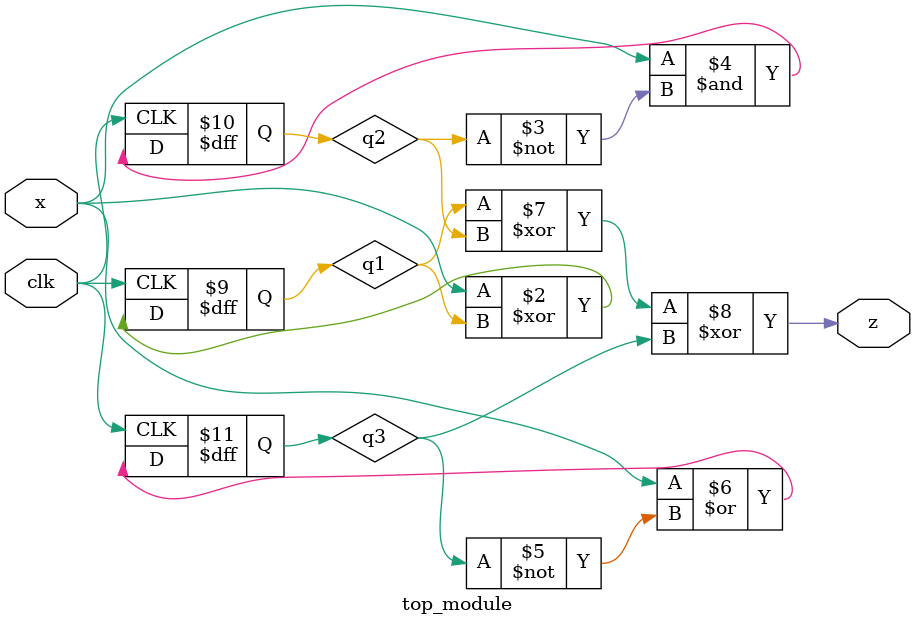
<source format=sv>
module top_module (
    input clk,
    input x,
    output z
);

reg q1, q2, q3;

always @(posedge clk) begin
    q1 <= x ^ q1;
    q2 <= x & ~q2;
    q3 <= x | ~q3;
end

assign z = (q1 ^ q2 ^ q3);

endmodule

</source>
